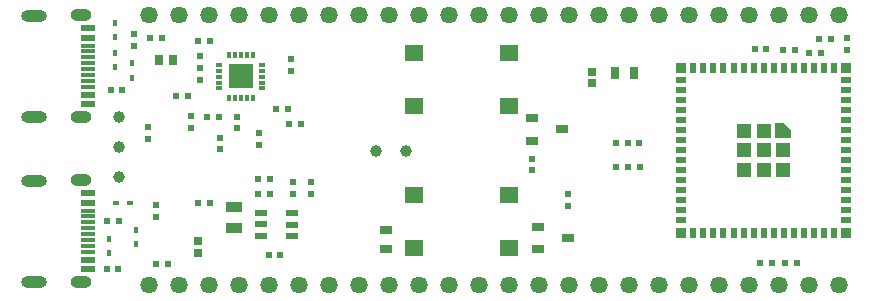
<source format=gts>
G04*
G04 #@! TF.GenerationSoftware,Altium Limited,Altium Designer,24.7.2 (38)*
G04*
G04 Layer_Color=8388736*
%FSLAX25Y25*%
%MOIN*%
G70*
G04*
G04 #@! TF.SameCoordinates,5553529B-7FC1-40E9-B1A8-37912BF81215*
G04*
G04*
G04 #@! TF.FilePolarity,Negative*
G04*
G01*
G75*
%ADD28R,0.04724X0.01181*%
%ADD29R,0.04724X0.02362*%
%ADD32R,0.01575X0.01890*%
%ADD37R,0.04331X0.02362*%
%ADD39R,0.01890X0.01575*%
%ADD40R,0.03150X0.03937*%
%ADD41R,0.02047X0.02441*%
%ADD42R,0.02953X0.02559*%
%ADD43R,0.01968X0.03543*%
%ADD44R,0.03543X0.01968*%
%ADD45R,0.03543X0.03543*%
%ADD46R,0.05118X0.05118*%
%ADD47R,0.06299X0.05315*%
%ADD48R,0.02165X0.02362*%
%ADD49R,0.02441X0.02047*%
%ADD50R,0.02362X0.02165*%
%ADD51R,0.03950X0.03162*%
%ADD52R,0.01968X0.01378*%
%ADD53R,0.01378X0.01968*%
%ADD54R,0.08268X0.08268*%
%ADD55R,0.02953X0.03740*%
%ADD56R,0.05512X0.03543*%
%ADD57R,0.03937X0.03150*%
%ADD58C,0.05748*%
%ADD59C,0.03950*%
%ADD60O,0.08661X0.03937*%
%ADD61O,0.07087X0.03937*%
G36*
X256516Y59054D02*
X256535Y59052D01*
X256536Y59052D01*
X256536Y59052D01*
X256554Y59046D01*
X256572Y59041D01*
X256573Y59041D01*
X256573Y59040D01*
X256590Y59031D01*
X256606Y59023D01*
X256607Y59022D01*
X256607Y59022D01*
X256622Y59010D01*
X256636Y58998D01*
X256637Y58997D01*
X256637Y58997D01*
X258998Y56597D01*
X258998D01*
Y56597D01*
X258999Y56595D01*
X259011Y56581D01*
X259023Y56567D01*
X259023Y56566D01*
X259024Y56565D01*
X259032Y56549D01*
X259041Y56532D01*
X259041Y56532D01*
X259042Y56531D01*
X259047Y56514D01*
X259052Y56495D01*
X259052Y56494D01*
X259053Y56494D01*
X259054Y56476D01*
X259056Y56457D01*
Y54134D01*
X259052Y54095D01*
X259041Y54058D01*
X259023Y54024D01*
X258998Y53994D01*
X258968Y53969D01*
X258934Y53951D01*
X258897Y53940D01*
X258858Y53936D01*
X254134D01*
X254095Y53940D01*
X254058Y53951D01*
X254024Y53969D01*
X253994Y53994D01*
X253969Y54024D01*
X253951Y54058D01*
X253940Y54095D01*
X253936Y54134D01*
Y58858D01*
X253940Y58897D01*
X253951Y58934D01*
X253969Y58968D01*
X253994Y58998D01*
X254024Y59023D01*
X254058Y59041D01*
X254095Y59052D01*
X254134Y59056D01*
X256496D01*
X256497Y59056D01*
X256498Y59056D01*
X256516Y59054D01*
D02*
G37*
D28*
X24744Y84882D02*
D03*
Y82913D02*
D03*
Y80945D02*
D03*
Y78976D02*
D03*
Y75039D02*
D03*
Y73071D02*
D03*
Y71102D02*
D03*
Y77008D02*
D03*
Y22008D02*
D03*
Y16102D02*
D03*
Y18071D02*
D03*
Y20039D02*
D03*
Y23976D02*
D03*
Y25945D02*
D03*
Y27913D02*
D03*
Y29882D02*
D03*
D29*
Y87441D02*
D03*
Y90591D02*
D03*
Y68543D02*
D03*
Y65394D02*
D03*
Y10394D02*
D03*
Y13543D02*
D03*
Y35591D02*
D03*
Y32441D02*
D03*
D32*
X33811Y77653D02*
D03*
Y82378D02*
D03*
Y87653D02*
D03*
Y92378D02*
D03*
X39500Y78924D02*
D03*
Y74200D02*
D03*
X40900Y23424D02*
D03*
Y18700D02*
D03*
X31700Y15700D02*
D03*
Y20424D02*
D03*
D37*
X82500Y21500D02*
D03*
Y25339D02*
D03*
Y29079D02*
D03*
X92835Y21402D02*
D03*
Y25142D02*
D03*
Y28980D02*
D03*
D39*
X34076Y32400D02*
D03*
X38800D02*
D03*
D40*
X200501Y75761D02*
D03*
X206800Y75800D02*
D03*
D41*
X208637Y44500D02*
D03*
X204700D02*
D03*
D03*
X200763D02*
D03*
X68437Y61200D02*
D03*
X64500D02*
D03*
X95800Y58700D02*
D03*
X91863D02*
D03*
X91400Y63800D02*
D03*
X87463D02*
D03*
X204700Y52400D02*
D03*
X200763D02*
D03*
X36237Y70100D02*
D03*
X32300D02*
D03*
X260537Y83400D02*
D03*
X256600D02*
D03*
X247000Y83600D02*
D03*
X250937D02*
D03*
X208600Y52400D02*
D03*
X204663D02*
D03*
X65500Y32500D02*
D03*
X61563D02*
D03*
X31100Y26300D02*
D03*
X35037D02*
D03*
X34937Y10500D02*
D03*
X31000D02*
D03*
X261037Y12300D02*
D03*
X257100D02*
D03*
X252737D02*
D03*
X248800D02*
D03*
D42*
X192900Y76200D02*
D03*
Y72263D02*
D03*
X61400Y15800D02*
D03*
Y19737D02*
D03*
D43*
X246654Y22441D02*
D03*
X226575Y77559D02*
D03*
X229921D02*
D03*
X233268D02*
D03*
X236614D02*
D03*
X239961D02*
D03*
X243307D02*
D03*
X246654D02*
D03*
X250000D02*
D03*
X253346D02*
D03*
X256693D02*
D03*
X260039D02*
D03*
X263386D02*
D03*
X266732D02*
D03*
X270079D02*
D03*
X273425D02*
D03*
X226575Y22441D02*
D03*
X229921D02*
D03*
X233268D02*
D03*
X236614D02*
D03*
X239961D02*
D03*
X243307D02*
D03*
X250000D02*
D03*
X256693D02*
D03*
X273425D02*
D03*
X263386D02*
D03*
X253346D02*
D03*
X260039D02*
D03*
X266732D02*
D03*
X270079D02*
D03*
D44*
X222441Y73425D02*
D03*
Y70079D02*
D03*
Y66732D02*
D03*
Y63386D02*
D03*
Y60039D02*
D03*
Y56693D02*
D03*
X277559Y73425D02*
D03*
Y70079D02*
D03*
Y66732D02*
D03*
Y63386D02*
D03*
Y60039D02*
D03*
Y56693D02*
D03*
X222441Y53347D02*
D03*
Y50000D02*
D03*
Y39961D02*
D03*
Y36614D02*
D03*
Y46654D02*
D03*
Y43307D02*
D03*
Y33268D02*
D03*
Y29921D02*
D03*
Y26575D02*
D03*
X277559Y53347D02*
D03*
Y50000D02*
D03*
Y46654D02*
D03*
Y43307D02*
D03*
Y39961D02*
D03*
Y36614D02*
D03*
Y33268D02*
D03*
Y29921D02*
D03*
Y26575D02*
D03*
D45*
X222441Y77559D02*
D03*
X277559D02*
D03*
X222441Y22441D02*
D03*
X277559D02*
D03*
D46*
X243504Y56496D02*
D03*
X250000D02*
D03*
X243504Y50000D02*
D03*
X250000D02*
D03*
X256496D02*
D03*
X243504Y43504D02*
D03*
X250000D02*
D03*
X256496D02*
D03*
D47*
X133346Y82500D02*
D03*
Y64784D02*
D03*
X165000Y82500D02*
D03*
Y64784D02*
D03*
X133346Y35217D02*
D03*
Y17500D02*
D03*
X165000Y35217D02*
D03*
Y17500D02*
D03*
D48*
X49400Y87300D02*
D03*
X45463D02*
D03*
X58000Y68100D02*
D03*
X54063D02*
D03*
X61500Y86500D02*
D03*
X65437D02*
D03*
X269037Y82500D02*
D03*
X265100D02*
D03*
X268563Y87100D02*
D03*
X272500D02*
D03*
X85500Y40500D02*
D03*
X81563D02*
D03*
X81500Y35500D02*
D03*
X85437D02*
D03*
X47600Y12100D02*
D03*
X51537D02*
D03*
X88937Y15000D02*
D03*
X85000D02*
D03*
D49*
X62200Y77463D02*
D03*
Y81400D02*
D03*
Y73463D02*
D03*
Y77400D02*
D03*
X172700Y43263D02*
D03*
Y47200D02*
D03*
X81800Y55600D02*
D03*
Y51663D02*
D03*
X40200Y84763D02*
D03*
Y88700D02*
D03*
X184900Y35337D02*
D03*
Y31400D02*
D03*
X92600Y76500D02*
D03*
Y80437D02*
D03*
X93000Y39437D02*
D03*
Y35500D02*
D03*
X99000Y39437D02*
D03*
Y35500D02*
D03*
X74500Y57263D02*
D03*
Y61200D02*
D03*
X44700Y53700D02*
D03*
Y57637D02*
D03*
D50*
X277900Y83463D02*
D03*
Y87400D02*
D03*
X59200Y61500D02*
D03*
Y57563D02*
D03*
X47300Y27663D02*
D03*
Y31600D02*
D03*
X68692Y54208D02*
D03*
Y50271D02*
D03*
D51*
X184841Y20660D02*
D03*
X174900Y16920D02*
D03*
Y24400D02*
D03*
X172900Y60680D02*
D03*
Y53200D02*
D03*
X182841Y56940D02*
D03*
D52*
X82887Y76470D02*
D03*
Y74502D02*
D03*
X68516Y70565D02*
D03*
Y72533D02*
D03*
X82887Y78439D02*
D03*
X68516Y76470D02*
D03*
Y74502D02*
D03*
X82887Y70565D02*
D03*
Y72533D02*
D03*
X68516Y78439D02*
D03*
D53*
X75702Y81687D02*
D03*
X77670D02*
D03*
X71765D02*
D03*
X75702Y67317D02*
D03*
X73733D02*
D03*
Y81687D02*
D03*
X79639D02*
D03*
Y67317D02*
D03*
X77670D02*
D03*
X71765D02*
D03*
D54*
X75800Y74600D02*
D03*
D55*
X48376Y80200D02*
D03*
X53100D02*
D03*
D56*
X73409Y24114D02*
D03*
Y31201D02*
D03*
D57*
X124100Y23400D02*
D03*
X124139Y17101D02*
D03*
D58*
X45000Y5000D02*
D03*
X55000D02*
D03*
X65000D02*
D03*
X75000D02*
D03*
X85000D02*
D03*
X95000D02*
D03*
X105000D02*
D03*
X115000D02*
D03*
X125000D02*
D03*
X135000D02*
D03*
X145000D02*
D03*
X155000D02*
D03*
X165000D02*
D03*
X175000D02*
D03*
X185000D02*
D03*
X195000D02*
D03*
X205000D02*
D03*
X215000D02*
D03*
X225000D02*
D03*
X235000D02*
D03*
X245000D02*
D03*
X255000D02*
D03*
X265000D02*
D03*
X275000D02*
D03*
Y95000D02*
D03*
X265000D02*
D03*
X255000D02*
D03*
X245000D02*
D03*
X235000D02*
D03*
X225000D02*
D03*
X215000D02*
D03*
X205000D02*
D03*
X195000D02*
D03*
X185000D02*
D03*
X175000D02*
D03*
X165000D02*
D03*
X155000D02*
D03*
X145000D02*
D03*
X135000D02*
D03*
X125000D02*
D03*
X115000D02*
D03*
X105000D02*
D03*
X95000D02*
D03*
X85000D02*
D03*
X75000D02*
D03*
X65000D02*
D03*
X55000D02*
D03*
X45000D02*
D03*
D59*
X130821Y49721D02*
D03*
X120821D02*
D03*
X35000Y41000D02*
D03*
Y51000D02*
D03*
Y61000D02*
D03*
D60*
X6713Y60945D02*
D03*
Y94803D02*
D03*
Y39803D02*
D03*
Y5945D02*
D03*
D61*
X22500Y60945D02*
D03*
X22500Y95000D02*
D03*
Y40000D02*
D03*
X22500Y5945D02*
D03*
M02*

</source>
